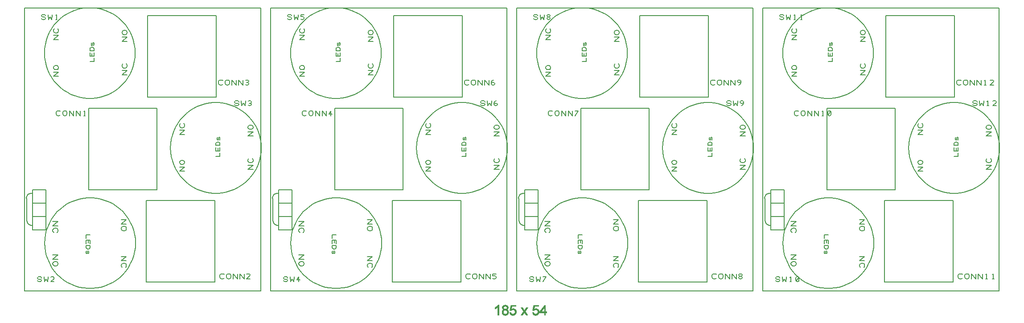
<source format=gbr>
%FSLAX23Y23*%
%MOIN*%
%ADD18C,0.00100*%
%ADD10C,0.00500*%
X000Y000D02*
D02*
D10*
X003Y205D02*
X1768D01*
Y2320*
X003*
Y205*
X057Y935D02*
X057D01*
Y935*
X047Y934*
X038Y931*
X029Y926*
X023Y918*
X018Y909*
X016Y899*
X017Y890*
Y740*
X018Y729*
X021Y719*
X026Y711*
X033Y703*
X042Y698*
X052Y695*
X062Y695*
X063Y660D02*
Y760D01*
X163*
Y660*
X063*
Y860D02*
Y960D01*
X163*
Y860*
X063*
X063Y760D02*
Y860D01*
X163*
Y760*
X063*
X098Y283D02*
X101Y276D01*
X107Y273*
X120*
X126Y276*
X129Y283*
X126Y289*
X120Y292*
X107*
X101Y295*
X098Y301*
X101Y308*
X107Y311*
X120*
X126Y308*
X129Y301*
X148Y311D02*
X151Y273D01*
X163Y292*
X176Y273*
X179Y311*
X223Y273D02*
X198D01*
X220Y295*
X223Y301*
X220Y308*
X213Y311*
X204*
X198Y308*
X128Y2244D02*
X131Y2237D01*
X137Y2234*
X149*
X156Y2237*
X159Y2244*
X156Y2250*
X149Y2253*
X137*
X131Y2256*
X128Y2263*
X131Y2269*
X137Y2272*
X149*
X156Y2269*
X159Y2263*
X177Y2272D02*
X181Y2234D01*
X193Y2253*
X206Y2234*
X209Y2272*
X234Y2234D02*
X246D01*
X240D02*
Y2272D01*
X234Y2266*
X151Y1983D02*
X152Y1951D01*
X157Y1919*
X164Y1888*
X175Y1857*
X188Y1828*
X205Y1800*
X223Y1774*
X244Y1749*
X268Y1727*
X293Y1707*
X320Y1689*
X349Y1675*
X379Y1663*
X410Y1654*
X442Y1647*
X474Y1644*
X506Y1644*
X538Y1647*
X570Y1654*
X601Y1663*
X631Y1675*
X660Y1689*
X687Y1707*
X712Y1727*
X736Y1749*
X757Y1773*
X775Y1800*
X792Y1828*
X805Y1857*
X816Y1888*
X823Y1919*
X828Y1951*
X829Y1983*
X828Y2016*
X823Y2047*
X816Y2079*
X805Y2109*
X792Y2139*
X775Y2167*
X757Y2193*
X736Y2217*
X712Y2240*
X687Y2260*
X660Y2277*
X631Y2292*
X601Y2304*
X570Y2313*
X538Y2319*
X506Y2322*
X474Y2322*
X442Y2319*
X410Y2313*
X379Y2304*
X349Y2292*
X320Y2277*
X293Y2260*
X268Y2240*
X245Y2217*
X223Y2193*
X205Y2167*
X188Y2139*
X175Y2109*
X165Y2079*
X157Y2048*
X152Y2016*
X151Y1983*
X213Y473D02*
X251D01*
X213Y442*
X251*
X226Y423D02*
X238D01*
X245Y420*
X248Y417*
X251Y411*
Y404*
X248Y398*
X245Y395*
X238Y392*
X226*
X220Y395*
X217Y398*
X213Y404*
Y411*
X217Y417*
X220Y420*
X226Y423*
X213Y723D02*
X251D01*
X213Y692*
X251*
X220Y642D02*
X217Y645D01*
X213Y651*
Y661*
X217Y667*
X220Y670*
X226Y673*
X238*
X245Y670*
X248Y667*
X251Y661*
Y651*
X248Y645*
X245Y642*
X269Y1521D02*
X266Y1518D01*
X259Y1514*
X250*
X244Y1518*
X241Y1521*
X237Y1527*
Y1539*
X241Y1546*
X244Y1549*
X250Y1552*
X259*
X266Y1549*
X269Y1546*
X287Y1527D02*
Y1539D01*
X291Y1546*
X294Y1549*
X300Y1552*
X306*
X313Y1549*
X316Y1546*
X319Y1539*
Y1527*
X316Y1521*
X313Y1518*
X306Y1514*
X300*
X294Y1518*
X291Y1521*
X287Y1527*
X338Y1514D02*
Y1552D01*
X369Y1514*
Y1552*
X388Y1514D02*
Y1552D01*
X419Y1514*
Y1552*
X444Y1514D02*
X456D01*
X450D02*
Y1552D01*
X444Y1546*
X256Y1809D02*
X218D01*
X256Y1841*
X218*
X243Y1859D02*
X231D01*
X225Y1862*
X221Y1866*
X218Y1872*
Y1878*
X221Y1884*
X225Y1887*
X231Y1891*
X243*
X250Y1887*
X253Y1884*
X256Y1878*
Y1872*
X253Y1866*
X250Y1862*
X243Y1859*
X256Y2084D02*
X218D01*
X256Y2116*
X218*
X250Y2166D02*
X253Y2162D01*
X256Y2156*
Y2147*
X253Y2141*
X250Y2137*
X243Y2134*
X231*
X225Y2137*
X221Y2141*
X218Y2147*
Y2156*
X221Y2162*
X225Y2166*
X492Y623D02*
X462D01*
Y598*
Y583D02*
X492D01*
Y558*
X477Y563D02*
Y583D01*
X462D02*
Y558D01*
Y543D02*
X492D01*
Y528*
X489Y523*
X487Y521*
X482Y518*
X472*
X467Y521*
X464Y523*
X462Y528*
Y543*
X464Y503D02*
X462Y498D01*
Y488*
X464Y483*
X469*
X472Y488*
Y498*
X474Y503*
X479*
X482Y498*
Y488*
X479Y483*
X490Y1922D02*
X520D01*
Y1947*
Y1962D02*
X490D01*
Y1987*
X505Y1982D02*
Y1962D01*
X520D02*
Y1987D01*
Y2002D02*
X490D01*
Y2017*
X493Y2022*
X495Y2024*
X500Y2027*
X510*
X515Y2024*
X518Y2022*
X520Y2017*
Y2002*
X518Y2042D02*
X520Y2047D01*
Y2057*
X518Y2062*
X513*
X510Y2057*
Y2047*
X508Y2042*
X503*
X500Y2047*
Y2057*
X503Y2062*
X726Y461D02*
X763D01*
X726Y429*
X763*
X732Y379D02*
X729Y383D01*
X726Y389*
Y398*
X729Y404*
X732Y408*
X738Y411*
X751*
X757Y408*
X760Y404*
X763Y398*
Y389*
X760Y383*
X757Y379*
X726Y736D02*
X763D01*
X726Y704*
X763*
X738Y686D02*
X751D01*
X757Y683*
X760Y679*
X763Y673*
Y667*
X760Y661*
X757Y658*
X751Y654*
X738*
X732Y658*
X729Y661*
X726Y667*
Y673*
X729Y679*
X732Y683*
X738Y686*
X768Y1822D02*
X731D01*
X768Y1853*
X731*
X762Y1903D02*
X765Y1900D01*
X768Y1894*
Y1884*
X765Y1878*
X762Y1875*
X756Y1872*
X743*
X737Y1875*
X734Y1878*
X731Y1884*
Y1894*
X734Y1900*
X737Y1903*
X768Y2072D02*
X731D01*
X768Y2103*
X731*
X756Y2122D02*
X743D01*
X737Y2125*
X734Y2128*
X731Y2134*
Y2141*
X734Y2147*
X737Y2150*
X743Y2153*
X756*
X762Y2150*
X765Y2147*
X768Y2141*
Y2134*
X765Y2128*
X762Y2125*
X756Y2122*
X831Y562D02*
X830Y594D01*
X825Y626*
X817Y657*
X807Y688*
X793Y717*
X777Y745*
X758Y771*
X737Y796*
X714Y818*
X689Y838*
X661Y856*
X633Y870*
X603Y882*
X572Y891*
X540Y898*
X508Y901*
X476Y901*
X444Y898*
X412Y891*
X381Y882*
X351Y870*
X322Y856*
X295Y838*
X270Y818*
X246Y796*
X225Y772*
X206Y745*
X190Y717*
X177Y688*
X166Y657*
X159Y626*
X154Y594*
X152Y562*
X154Y529*
X159Y498*
X166Y466*
X177Y436*
X190Y406*
X206Y378*
X225Y352*
X246Y328*
X270Y305*
X295Y285*
X322Y268*
X351Y253*
X381Y241*
X412Y232*
X443Y226*
X476Y223*
X508Y223*
X540Y226*
X572Y232*
X603Y241*
X633Y253*
X661Y268*
X689Y285*
X714Y305*
X737Y328*
X758Y352*
X777Y378*
X793Y406*
X807Y436*
X817Y466*
X825Y497*
X830Y529*
X831Y562*
X912Y879D02*
Y269D01*
X1424*
Y879*
X912*
X922Y2264D02*
Y1654D01*
X1434*
Y2264*
X922*
X993Y961D02*
Y1571D01*
X481*
Y961*
X993*
X1093Y1274D02*
X1095Y1242D01*
X1099Y1210*
X1107Y1178*
X1117Y1148*
X1131Y1118*
X1147Y1091*
X1166Y1064*
X1187Y1040*
X1210Y1018*
X1235Y998*
X1263Y980*
X1291Y965*
X1321Y953*
X1352Y944*
X1384Y938*
X1416Y935*
X1448Y935*
X1481Y938*
X1512Y944*
X1543Y953*
X1573Y965*
X1602Y980*
X1629Y998*
X1654Y1017*
X1678Y1040*
X1699Y1064*
X1718Y1090*
X1734Y1118*
X1747Y1148*
X1758Y1178*
X1765Y1210*
X1770Y1242*
X1772Y1274*
X1770Y1306*
X1766Y1338*
X1758Y1370*
X1747Y1400*
X1734Y1429*
X1718Y1457*
X1699Y1484*
X1678Y1508*
X1655Y1530*
X1629Y1550*
X1602Y1568*
X1573Y1583*
X1543Y1595*
X1512Y1604*
X1481Y1610*
X1449Y1613*
X1416Y1613*
X1384Y1610*
X1352Y1604*
X1321Y1595*
X1291Y1583*
X1263Y1568*
X1236Y1550*
X1210Y1530*
X1187Y1508*
X1166Y1484*
X1147Y1457*
X1131Y1430*
X1117Y1400*
X1107Y1370*
X1099Y1338*
X1095Y1306*
X1093Y1274*
X1198Y1100D02*
X1161D01*
X1198Y1131*
X1161*
X1186Y1150D02*
X1173D01*
X1167Y1153*
X1164Y1156*
X1161Y1163*
Y1169*
X1164Y1175*
X1167Y1178*
X1173Y1181*
X1186*
X1192Y1178*
X1195Y1175*
X1198Y1169*
Y1163*
X1195Y1156*
X1192Y1153*
X1186Y1150*
X1198Y1375D02*
X1161D01*
X1198Y1406*
X1161*
X1192Y1456D02*
X1195Y1453D01*
X1198Y1447*
Y1438*
X1195Y1431*
X1192Y1428*
X1186Y1425*
X1173*
X1167Y1428*
X1164Y1431*
X1161Y1438*
Y1447*
X1164Y1453*
X1167Y1456*
X1484Y1751D02*
X1481Y1748D01*
X1474Y1744*
X1465*
X1459Y1748*
X1456Y1751*
X1452Y1757*
Y1769*
X1456Y1776*
X1459Y1779*
X1465Y1782*
X1474*
X1481Y1779*
X1484Y1776*
X1502Y1757D02*
Y1769D01*
X1506Y1776*
X1509Y1779*
X1515Y1782*
X1521*
X1528Y1779*
X1531Y1776*
X1534Y1769*
Y1757*
X1531Y1751*
X1528Y1748*
X1521Y1744*
X1515*
X1509Y1748*
X1506Y1751*
X1502Y1757*
X1553Y1744D02*
Y1782D01*
X1584Y1744*
Y1782*
X1603Y1744D02*
Y1782D01*
X1634Y1744*
Y1782*
X1656Y1748D02*
X1662Y1744D01*
X1668*
X1674Y1748*
X1678Y1754*
X1674Y1760*
X1668Y1763*
X1662*
X1668D02*
X1674Y1766D01*
X1678Y1773*
X1674Y1779*
X1668Y1782*
X1662*
X1656Y1779*
X1494Y301D02*
X1491Y297D01*
X1484Y294*
X1475*
X1469Y297*
X1466Y301*
X1462Y307*
Y319*
X1466Y326*
X1469Y329*
X1475Y332*
X1484*
X1491Y329*
X1494Y326*
X1513Y307D02*
Y319D01*
X1516Y326*
X1519Y329*
X1525Y332*
X1531*
X1538Y329*
X1541Y326*
X1544Y319*
Y307*
X1541Y301*
X1538Y297*
X1531Y294*
X1525*
X1519Y297*
X1516Y301*
X1513Y307*
X1563Y294D02*
Y332D01*
X1594Y294*
Y332*
X1613Y294D02*
Y332D01*
X1644Y294*
Y332*
X1688Y294D02*
X1663D01*
X1684Y316*
X1688Y323*
X1684Y329*
X1678Y332*
X1669*
X1663Y329*
X1433Y1212D02*
X1462D01*
Y1238*
Y1252D02*
X1433D01*
Y1278*
X1448Y1273D02*
Y1252D01*
X1462D02*
Y1278D01*
Y1293D02*
X1433D01*
Y1308*
X1435Y1313*
X1438Y1315*
X1442Y1317*
X1452*
X1458Y1315*
X1460Y1313*
X1462Y1308*
Y1293*
X1460Y1333D02*
X1462Y1337D01*
Y1347*
X1460Y1353*
X1455*
X1452Y1347*
Y1337*
X1450Y1333*
X1445*
X1442Y1337*
Y1347*
X1445Y1353*
X1573Y1599D02*
X1576Y1593D01*
X1582Y1589*
X1594*
X1601Y1593*
X1604Y1599*
X1601Y1605*
X1594Y1608*
X1582*
X1576Y1611*
X1573Y1617*
X1576Y1624*
X1582Y1627*
X1594*
X1601Y1624*
X1604Y1617*
X1623Y1627D02*
X1626Y1589D01*
X1638Y1608*
X1651Y1589*
X1654Y1627*
X1676Y1593D02*
X1682Y1589D01*
X1688*
X1694Y1593*
X1698Y1599*
X1694Y1605*
X1688Y1608*
X1682*
X1688D02*
X1694Y1611D01*
X1698Y1617*
X1694Y1624*
X1688Y1627*
X1682*
X1676Y1624*
X1711Y1113D02*
X1673D01*
X1711Y1144*
X1673*
X1704Y1194D02*
X1708Y1191D01*
X1711Y1184*
Y1175*
X1708Y1169*
X1704Y1166*
X1698Y1163*
X1686*
X1679Y1166*
X1676Y1169*
X1673Y1175*
Y1184*
X1676Y1191*
X1679Y1194*
X1711Y1363D02*
X1673D01*
X1711Y1394*
X1673*
X1698Y1413D02*
X1686D01*
X1679Y1416*
X1676Y1419*
X1673Y1425*
Y1431*
X1676Y1438*
X1679Y1441*
X1686Y1444*
X1698*
X1704Y1441*
X1708Y1438*
X1711Y1431*
Y1425*
X1708Y1419*
X1704Y1416*
X1698Y1413*
X1843Y205D02*
X3607D01*
Y2320*
X1843*
Y205*
X1897Y935D02*
X1897D01*
Y935*
X1887Y934*
X1878Y931*
X1869Y926*
X1863Y918*
X1858Y909*
X1856Y899*
X1857Y890*
Y740*
X1858Y729*
X1861Y719*
X1866Y711*
X1873Y703*
X1882Y698*
X1892Y695*
X1902Y695*
X1903Y660D02*
Y760D01*
X2002*
Y660*
X1903*
Y860D02*
Y960D01*
X2002*
Y860*
X1903*
X1903Y760D02*
Y860D01*
X2003*
Y760*
X1903*
X1938Y283D02*
X1941Y276D01*
X1947Y273*
X1960*
X1966Y276*
X1969Y283*
X1966Y289*
X1960Y292*
X1947*
X1941Y295*
X1938Y301*
X1941Y308*
X1947Y311*
X1960*
X1966Y308*
X1969Y301*
X1988Y311D02*
X1991Y273D01*
X2003Y292*
X2016Y273*
X2019Y311*
X2053Y273D02*
Y311D01*
X2038Y286*
X2063*
X1968Y2244D02*
X1971Y2237D01*
X1977Y2234*
X1989*
X1996Y2237*
X1999Y2244*
X1996Y2250*
X1989Y2253*
X1977*
X1971Y2256*
X1968Y2263*
X1971Y2269*
X1977Y2272*
X1989*
X1996Y2269*
X1999Y2263*
X2018Y2272D02*
X2021Y2234D01*
X2033Y2253*
X2046Y2234*
X2049Y2272*
X2067Y2237D02*
X2074Y2234D01*
X2083*
X2089Y2237*
X2092Y2244*
Y2247*
X2089Y2253*
X2083Y2256*
X2067*
Y2272*
X2092*
X1991Y1983D02*
X1992Y1951D01*
X1997Y1919*
X2004Y1888*
X2015Y1857*
X2028Y1828*
X2045Y1800*
X2063Y1774*
X2084Y1749*
X2108Y1727*
X2133Y1707*
X2160Y1689*
X2189Y1675*
X2219Y1663*
X2250Y1654*
X2282Y1647*
X2314Y1644*
X2346Y1644*
X2378Y1647*
X2410Y1654*
X2441Y1663*
X2471Y1675*
X2500Y1689*
X2527Y1707*
X2552Y1727*
X2576Y1749*
X2597Y1773*
X2615Y1800*
X2632Y1828*
X2645Y1857*
X2656Y1888*
X2663Y1919*
X2668Y1951*
X2669Y1983*
X2668Y2016*
X2663Y2047*
X2656Y2079*
X2645Y2109*
X2632Y2139*
X2615Y2167*
X2597Y2193*
X2576Y2217*
X2552Y2240*
X2527Y2260*
X2500Y2277*
X2471Y2292*
X2441Y2304*
X2410Y2313*
X2378Y2319*
X2346Y2322*
X2314Y2322*
X2282Y2319*
X2250Y2313*
X2219Y2304*
X2189Y2292*
X2160Y2277*
X2133Y2260*
X2108Y2240*
X2085Y2217*
X2063Y2193*
X2045Y2167*
X2028Y2139*
X2015Y2109*
X2005Y2079*
X1997Y2048*
X1992Y2016*
X1991Y1983*
X2053Y473D02*
X2091D01*
X2053Y442*
X2091*
X2066Y423D02*
X2078D01*
X2085Y420*
X2088Y417*
X2091Y411*
Y404*
X2088Y398*
X2085Y395*
X2078Y392*
X2066*
X2060Y395*
X2057Y398*
X2053Y404*
Y411*
X2057Y417*
X2060Y420*
X2066Y423*
X2053Y723D02*
X2091D01*
X2053Y692*
X2091*
X2060Y642D02*
X2057Y645D01*
X2053Y651*
Y661*
X2057Y667*
X2060Y670*
X2066Y673*
X2078*
X2085Y670*
X2088Y667*
X2091Y661*
Y651*
X2088Y645*
X2085Y642*
X2109Y1521D02*
X2106Y1518D01*
X2099Y1514*
X2090*
X2084Y1518*
X2081Y1521*
X2078Y1527*
Y1539*
X2081Y1546*
X2084Y1549*
X2090Y1552*
X2099*
X2106Y1549*
X2109Y1546*
X2127Y1527D02*
Y1539D01*
X2131Y1546*
X2134Y1549*
X2140Y1552*
X2146*
X2152Y1549*
X2156Y1546*
X2159Y1539*
Y1527*
X2156Y1521*
X2152Y1518*
X2146Y1514*
X2140*
X2134Y1518*
X2131Y1521*
X2127Y1527*
X2178Y1514D02*
Y1552D01*
X2209Y1514*
Y1552*
X2228Y1514D02*
Y1552D01*
X2259Y1514*
Y1552*
X2293Y1514D02*
Y1552D01*
X2277Y1527*
X2303*
X2096Y1809D02*
X2058D01*
X2096Y1841*
X2058*
X2083Y1859D02*
X2071D01*
X2065Y1862*
X2061Y1866*
X2058Y1872*
Y1878*
X2061Y1884*
X2065Y1887*
X2071Y1891*
X2083*
X2090Y1887*
X2093Y1884*
X2096Y1878*
Y1872*
X2093Y1866*
X2090Y1862*
X2083Y1859*
X2096Y2084D02*
X2058D01*
X2096Y2116*
X2058*
X2090Y2166D02*
X2093Y2162D01*
X2096Y2156*
Y2147*
X2093Y2141*
X2090Y2137*
X2083Y2134*
X2071*
X2065Y2137*
X2061Y2141*
X2058Y2147*
Y2156*
X2061Y2162*
X2065Y2166*
X2332Y623D02*
X2302D01*
Y598*
Y583D02*
X2332D01*
Y558*
X2317Y563D02*
Y583D01*
X2302D02*
Y558D01*
Y543D02*
X2332D01*
Y528*
X2329Y523*
X2327Y521*
X2322Y518*
X2312*
X2307Y521*
X2304Y523*
X2302Y528*
Y543*
X2304Y503D02*
X2302Y498D01*
Y488*
X2304Y483*
X2309*
X2312Y488*
Y498*
X2314Y503*
X2319*
X2322Y498*
Y488*
X2319Y483*
X2330Y1922D02*
X2360D01*
Y1947*
Y1962D02*
X2330D01*
Y1987*
X2345Y1982D02*
Y1962D01*
X2360D02*
Y1987D01*
Y2002D02*
X2330D01*
Y2017*
X2333Y2022*
X2335Y2024*
X2340Y2027*
X2350*
X2355Y2024*
X2358Y2022*
X2360Y2017*
Y2002*
X2358Y2042D02*
X2360Y2047D01*
Y2057*
X2358Y2062*
X2353*
X2350Y2057*
Y2047*
X2348Y2042*
X2343*
X2340Y2047*
Y2057*
X2343Y2062*
X2566Y461D02*
X2603D01*
X2566Y429*
X2603*
X2572Y379D02*
X2569Y383D01*
X2566Y389*
Y398*
X2569Y404*
X2572Y408*
X2578Y411*
X2591*
X2597Y408*
X2600Y404*
X2603Y398*
Y389*
X2600Y383*
X2597Y379*
X2566Y736D02*
X2603D01*
X2566Y704*
X2603*
X2578Y686D02*
X2591D01*
X2597Y683*
X2600Y679*
X2603Y673*
Y667*
X2600Y661*
X2597Y658*
X2591Y654*
X2578*
X2572Y658*
X2569Y661*
X2566Y667*
Y673*
X2569Y679*
X2572Y683*
X2578Y686*
X2608Y1822D02*
X2571D01*
X2608Y1853*
X2571*
X2602Y1903D02*
X2605Y1900D01*
X2608Y1894*
Y1884*
X2605Y1878*
X2602Y1875*
X2596Y1872*
X2583*
X2577Y1875*
X2574Y1878*
X2571Y1884*
Y1894*
X2574Y1900*
X2577Y1903*
X2608Y2072D02*
X2571D01*
X2608Y2103*
X2571*
X2596Y2122D02*
X2583D01*
X2577Y2125*
X2574Y2128*
X2571Y2134*
Y2141*
X2574Y2147*
X2577Y2150*
X2583Y2153*
X2596*
X2602Y2150*
X2605Y2147*
X2608Y2141*
Y2134*
X2605Y2128*
X2602Y2125*
X2596Y2122*
X2671Y562D02*
X2670Y594D01*
X2665Y626*
X2657Y657*
X2647Y688*
X2633Y717*
X2617Y745*
X2598Y771*
X2577Y796*
X2554Y818*
X2529Y838*
X2501Y856*
X2473Y870*
X2443Y882*
X2412Y891*
X2380Y898*
X2348Y901*
X2316Y901*
X2284Y898*
X2252Y891*
X2221Y882*
X2191Y870*
X2162Y856*
X2135Y838*
X2110Y818*
X2086Y796*
X2065Y772*
X2046Y745*
X2030Y717*
X2017Y688*
X2006Y657*
X1999Y626*
X1994Y594*
X1992Y562*
X1994Y529*
X1999Y498*
X2006Y466*
X2017Y436*
X2030Y406*
X2046Y378*
X2065Y352*
X2086Y328*
X2110Y305*
X2135Y285*
X2162Y268*
X2191Y253*
X2221Y241*
X2252Y232*
X2283Y226*
X2316Y223*
X2348Y223*
X2380Y226*
X2412Y232*
X2443Y241*
X2473Y253*
X2501Y268*
X2529Y285*
X2554Y305*
X2577Y328*
X2598Y352*
X2617Y378*
X2633Y406*
X2647Y436*
X2657Y466*
X2665Y497*
X2670Y529*
X2671Y562*
X2752Y879D02*
Y269D01*
X3264*
Y879*
X2752*
X2762Y2264D02*
Y1654D01*
X3274*
Y2264*
X2762*
X2833Y961D02*
Y1571D01*
X2321*
Y961*
X2833*
X2933Y1274D02*
X2935Y1242D01*
X2939Y1210*
X2947Y1178*
X2957Y1148*
X2971Y1118*
X2987Y1091*
X3006Y1064*
X3027Y1040*
X3050Y1018*
X3075Y998*
X3103Y980*
X3131Y965*
X3161Y953*
X3192Y944*
X3224Y938*
X3256Y935*
X3288Y935*
X3321Y938*
X3352Y944*
X3383Y953*
X3413Y965*
X3442Y980*
X3469Y998*
X3494Y1017*
X3518Y1040*
X3539Y1064*
X3558Y1090*
X3574Y1118*
X3587Y1148*
X3598Y1178*
X3605Y1210*
X3610Y1242*
X3612Y1274*
X3610Y1306*
X3606Y1338*
X3598Y1370*
X3587Y1400*
X3574Y1429*
X3558Y1457*
X3539Y1484*
X3518Y1508*
X3495Y1530*
X3469Y1550*
X3442Y1568*
X3413Y1583*
X3383Y1595*
X3352Y1604*
X3321Y1610*
X3289Y1613*
X3256Y1613*
X3224Y1610*
X3192Y1604*
X3161Y1595*
X3131Y1583*
X3103Y1568*
X3076Y1550*
X3050Y1530*
X3027Y1508*
X3006Y1484*
X2987Y1457*
X2971Y1430*
X2957Y1400*
X2947Y1370*
X2939Y1338*
X2935Y1306*
X2933Y1274*
X3038Y1100D02*
X3001D01*
X3038Y1131*
X3001*
X3026Y1150D02*
X3013D01*
X3007Y1153*
X3004Y1156*
X3001Y1163*
Y1169*
X3004Y1175*
X3007Y1178*
X3013Y1181*
X3026*
X3032Y1178*
X3035Y1175*
X3038Y1169*
Y1163*
X3035Y1156*
X3032Y1153*
X3026Y1150*
X3038Y1375D02*
X3001D01*
X3038Y1406*
X3001*
X3032Y1456D02*
X3035Y1453D01*
X3038Y1447*
Y1438*
X3035Y1431*
X3032Y1428*
X3026Y1425*
X3013*
X3007Y1428*
X3004Y1431*
X3001Y1438*
Y1447*
X3004Y1453*
X3007Y1456*
X3324Y1751D02*
X3321Y1748D01*
X3314Y1744*
X3305*
X3299Y1748*
X3296Y1751*
X3293Y1757*
Y1769*
X3296Y1776*
X3299Y1779*
X3305Y1782*
X3314*
X3321Y1779*
X3324Y1776*
X3342Y1757D02*
Y1769D01*
X3346Y1776*
X3349Y1779*
X3355Y1782*
X3361*
X3368Y1779*
X3371Y1776*
X3374Y1769*
Y1757*
X3371Y1751*
X3368Y1748*
X3361Y1744*
X3355*
X3349Y1748*
X3346Y1751*
X3342Y1757*
X3393Y1744D02*
Y1782D01*
X3424Y1744*
Y1782*
X3442Y1744D02*
Y1782D01*
X3474Y1744*
Y1782*
X3493Y1754D02*
X3496Y1760D01*
X3502Y1763*
X3508*
X3514Y1760*
X3518Y1754*
X3514Y1748*
X3508Y1744*
X3502*
X3496Y1748*
X3493Y1754*
Y1763*
X3496Y1773*
X3502Y1779*
X3508Y1782*
X3334Y301D02*
X3331Y297D01*
X3324Y294*
X3315*
X3309Y297*
X3306Y301*
X3303Y307*
Y319*
X3306Y326*
X3309Y329*
X3315Y332*
X3324*
X3331Y329*
X3334Y326*
X3353Y307D02*
Y319D01*
X3356Y326*
X3359Y329*
X3365Y332*
X3371*
X3377Y329*
X3381Y326*
X3384Y319*
Y307*
X3381Y301*
X3377Y297*
X3371Y294*
X3365*
X3359Y297*
X3356Y301*
X3353Y307*
X3402Y294D02*
Y332D01*
X3434Y294*
Y332*
X3453Y294D02*
Y332D01*
X3484Y294*
Y332*
X3502Y297D02*
X3509Y294D01*
X3518*
X3524Y297*
X3527Y304*
Y307*
X3524Y313*
X3518Y316*
X3502*
Y332*
X3527*
X3273Y1212D02*
X3303D01*
Y1238*
Y1252D02*
X3273D01*
Y1278*
X3288Y1273D02*
Y1252D01*
X3303D02*
Y1278D01*
Y1293D02*
X3273D01*
Y1308*
X3275Y1313*
X3277Y1315*
X3283Y1317*
X3293*
X3297Y1315*
X3300Y1313*
X3303Y1308*
Y1293*
X3300Y1333D02*
X3303Y1337D01*
Y1347*
X3300Y1353*
X3295*
X3293Y1347*
Y1337*
X3290Y1333*
X3285*
X3283Y1337*
Y1347*
X3285Y1353*
X3413Y1599D02*
X3416Y1593D01*
X3422Y1589*
X3434*
X3441Y1593*
X3444Y1599*
X3441Y1605*
X3434Y1608*
X3422*
X3416Y1611*
X3413Y1617*
X3416Y1624*
X3422Y1627*
X3434*
X3441Y1624*
X3444Y1617*
X3462Y1627D02*
X3466Y1589D01*
X3478Y1608*
X3491Y1589*
X3494Y1627*
X3513Y1599D02*
X3516Y1605D01*
X3522Y1608*
X3528*
X3534Y1605*
X3538Y1599*
X3534Y1593*
X3528Y1589*
X3522*
X3516Y1593*
X3513Y1599*
Y1608*
X3516Y1617*
X3522Y1624*
X3528Y1627*
X3551Y1113D02*
X3513D01*
X3551Y1144*
X3513*
X3544Y1194D02*
X3547Y1191D01*
X3551Y1184*
Y1175*
X3547Y1169*
X3544Y1166*
X3538Y1163*
X3526*
X3519Y1166*
X3516Y1169*
X3513Y1175*
Y1184*
X3516Y1191*
X3519Y1194*
X3551Y1363D02*
X3513D01*
X3551Y1394*
X3513*
X3538Y1413D02*
X3526D01*
X3519Y1416*
X3516Y1419*
X3513Y1425*
Y1431*
X3516Y1438*
X3519Y1441*
X3526Y1444*
X3538*
X3544Y1441*
X3547Y1438*
X3551Y1431*
Y1425*
X3547Y1419*
X3544Y1416*
X3538Y1413*
X3683Y205D02*
X5447D01*
Y2320*
X3683*
Y205*
X3737Y935D02*
X3737D01*
Y935*
X3727Y934*
X3718Y931*
X3709Y926*
X3703Y918*
X3698Y909*
X3696Y899*
X3697Y890*
Y740*
X3698Y729*
X3701Y719*
X3706Y711*
X3713Y703*
X3722Y698*
X3732Y695*
X3742Y695*
X3743Y660D02*
Y760D01*
X3842*
Y660*
X3743*
Y860D02*
Y960D01*
X3842*
Y860*
X3743*
X3743Y760D02*
Y860D01*
X3843*
Y760*
X3743*
X3778Y283D02*
X3781Y276D01*
X3787Y273*
X3800*
X3806Y276*
X3809Y283*
X3806Y289*
X3800Y292*
X3787*
X3781Y295*
X3778Y301*
X3781Y308*
X3787Y311*
X3800*
X3806Y308*
X3809Y301*
X3828Y311D02*
X3831Y273D01*
X3843Y292*
X3856Y273*
X3859Y311*
X3878Y273D02*
X3903Y311D01*
X3878*
X3808Y2244D02*
X3811Y2237D01*
X3817Y2234*
X3829*
X3836Y2237*
X3839Y2244*
X3836Y2250*
X3829Y2253*
X3817*
X3811Y2256*
X3808Y2263*
X3811Y2269*
X3817Y2272*
X3829*
X3836Y2269*
X3839Y2263*
X3857Y2272D02*
X3861Y2234D01*
X3873Y2253*
X3886Y2234*
X3889Y2272*
X3917Y2253D02*
X3923D01*
X3929Y2256*
X3933Y2263*
X3929Y2269*
X3923Y2272*
X3917*
X3911Y2269*
X3908Y2263*
X3911Y2256*
X3917Y2253*
X3911Y2250*
X3908Y2244*
X3911Y2237*
X3917Y2234*
X3923*
X3929Y2237*
X3933Y2244*
X3929Y2250*
X3923Y2253*
X3831Y1983D02*
X3832Y1951D01*
X3837Y1919*
X3844Y1888*
X3855Y1857*
X3868Y1828*
X3885Y1800*
X3903Y1774*
X3924Y1749*
X3948Y1727*
X3973Y1707*
X4000Y1689*
X4029Y1675*
X4059Y1663*
X4090Y1654*
X4122Y1647*
X4154Y1644*
X4186Y1644*
X4218Y1647*
X4250Y1654*
X4281Y1663*
X4311Y1675*
X4340Y1689*
X4367Y1707*
X4392Y1727*
X4416Y1749*
X4437Y1773*
X4455Y1800*
X4472Y1828*
X4485Y1857*
X4496Y1888*
X4503Y1919*
X4508Y1951*
X4509Y1983*
X4508Y2016*
X4503Y2047*
X4496Y2079*
X4485Y2109*
X4472Y2139*
X4455Y2167*
X4437Y2193*
X4416Y2217*
X4392Y2240*
X4367Y2260*
X4340Y2277*
X4311Y2292*
X4281Y2304*
X4250Y2313*
X4218Y2319*
X4186Y2322*
X4154Y2322*
X4122Y2319*
X4090Y2313*
X4059Y2304*
X4029Y2292*
X4000Y2277*
X3973Y2260*
X3948Y2240*
X3925Y2217*
X3903Y2193*
X3885Y2167*
X3868Y2139*
X3855Y2109*
X3845Y2079*
X3837Y2048*
X3832Y2016*
X3831Y1983*
X3893Y473D02*
X3931D01*
X3893Y442*
X3931*
X3906Y423D02*
X3918D01*
X3925Y420*
X3928Y417*
X3931Y411*
Y404*
X3928Y398*
X3925Y395*
X3918Y392*
X3906*
X3900Y395*
X3897Y398*
X3893Y404*
Y411*
X3897Y417*
X3900Y420*
X3906Y423*
X3893Y723D02*
X3931D01*
X3893Y692*
X3931*
X3900Y642D02*
X3897Y645D01*
X3893Y651*
Y661*
X3897Y667*
X3900Y670*
X3906Y673*
X3918*
X3925Y670*
X3928Y667*
X3931Y661*
Y651*
X3928Y645*
X3925Y642*
X3949Y1521D02*
X3946Y1518D01*
X3939Y1514*
X3930*
X3924Y1518*
X3921Y1521*
X3918Y1527*
Y1539*
X3921Y1546*
X3924Y1549*
X3930Y1552*
X3939*
X3946Y1549*
X3949Y1546*
X3967Y1527D02*
Y1539D01*
X3971Y1546*
X3974Y1549*
X3980Y1552*
X3986*
X3993Y1549*
X3996Y1546*
X3999Y1539*
Y1527*
X3996Y1521*
X3993Y1518*
X3986Y1514*
X3980*
X3974Y1518*
X3971Y1521*
X3967Y1527*
X4018Y1514D02*
Y1552D01*
X4049Y1514*
Y1552*
X4067Y1514D02*
Y1552D01*
X4099Y1514*
Y1552*
X4117Y1514D02*
X4143Y1552D01*
X4117*
X3936Y1809D02*
X3898D01*
X3936Y1841*
X3898*
X3923Y1859D02*
X3911D01*
X3905Y1862*
X3901Y1866*
X3898Y1872*
Y1878*
X3901Y1884*
X3905Y1887*
X3911Y1891*
X3923*
X3930Y1887*
X3933Y1884*
X3936Y1878*
Y1872*
X3933Y1866*
X3930Y1862*
X3923Y1859*
X3936Y2084D02*
X3898D01*
X3936Y2116*
X3898*
X3930Y2166D02*
X3933Y2162D01*
X3936Y2156*
Y2147*
X3933Y2141*
X3930Y2137*
X3923Y2134*
X3911*
X3905Y2137*
X3901Y2141*
X3898Y2147*
Y2156*
X3901Y2162*
X3905Y2166*
X4172Y623D02*
X4142D01*
Y598*
Y583D02*
X4172D01*
Y558*
X4157Y563D02*
Y583D01*
X4142D02*
Y558D01*
Y543D02*
X4172D01*
Y528*
X4169Y523*
X4167Y521*
X4162Y518*
X4152*
X4147Y521*
X4144Y523*
X4142Y528*
Y543*
X4144Y503D02*
X4142Y498D01*
Y488*
X4144Y483*
X4149*
X4152Y488*
Y498*
X4154Y503*
X4159*
X4162Y498*
Y488*
X4159Y483*
X4170Y1922D02*
X4200D01*
Y1947*
Y1962D02*
X4170D01*
Y1987*
X4185Y1982D02*
Y1962D01*
X4200D02*
Y1987D01*
Y2002D02*
X4170D01*
Y2017*
X4173Y2022*
X4175Y2024*
X4180Y2027*
X4190*
X4195Y2024*
X4198Y2022*
X4200Y2017*
Y2002*
X4198Y2042D02*
X4200Y2047D01*
Y2057*
X4198Y2062*
X4193*
X4190Y2057*
Y2047*
X4188Y2042*
X4183*
X4180Y2047*
Y2057*
X4183Y2062*
X4406Y461D02*
X4443D01*
X4406Y429*
X4443*
X4412Y379D02*
X4409Y383D01*
X4406Y389*
Y398*
X4409Y404*
X4412Y408*
X4418Y411*
X4431*
X4437Y408*
X4440Y404*
X4443Y398*
Y389*
X4440Y383*
X4437Y379*
X4406Y736D02*
X4443D01*
X4406Y704*
X4443*
X4418Y686D02*
X4431D01*
X4437Y683*
X4440Y679*
X4443Y673*
Y667*
X4440Y661*
X4437Y658*
X4431Y654*
X4418*
X4412Y658*
X4409Y661*
X4406Y667*
Y673*
X4409Y679*
X4412Y683*
X4418Y686*
X4448Y1822D02*
X4411D01*
X4448Y1853*
X4411*
X4442Y1903D02*
X4445Y1900D01*
X4448Y1894*
Y1884*
X4445Y1878*
X4442Y1875*
X4436Y1872*
X4423*
X4417Y1875*
X4414Y1878*
X4411Y1884*
Y1894*
X4414Y1900*
X4417Y1903*
X4448Y2072D02*
X4411D01*
X4448Y2103*
X4411*
X4436Y2122D02*
X4423D01*
X4417Y2125*
X4414Y2128*
X4411Y2134*
Y2141*
X4414Y2147*
X4417Y2150*
X4423Y2153*
X4436*
X4442Y2150*
X4445Y2147*
X4448Y2141*
Y2134*
X4445Y2128*
X4442Y2125*
X4436Y2122*
X4511Y562D02*
X4510Y594D01*
X4505Y626*
X4497Y657*
X4487Y688*
X4473Y717*
X4457Y745*
X4438Y771*
X4417Y796*
X4394Y818*
X4369Y838*
X4341Y856*
X4313Y870*
X4283Y882*
X4252Y891*
X4220Y898*
X4188Y901*
X4156Y901*
X4124Y898*
X4092Y891*
X4061Y882*
X4031Y870*
X4002Y856*
X3975Y838*
X3950Y818*
X3926Y796*
X3905Y772*
X3886Y745*
X3870Y717*
X3857Y688*
X3846Y657*
X3839Y626*
X3834Y594*
X3832Y562*
X3834Y529*
X3839Y498*
X3846Y466*
X3857Y436*
X3870Y406*
X3886Y378*
X3905Y352*
X3926Y328*
X3950Y305*
X3975Y285*
X4002Y268*
X4031Y253*
X4061Y241*
X4092Y232*
X4123Y226*
X4156Y223*
X4188Y223*
X4220Y226*
X4252Y232*
X4283Y241*
X4313Y253*
X4341Y268*
X4369Y285*
X4394Y305*
X4417Y328*
X4438Y352*
X4457Y378*
X4473Y406*
X4487Y436*
X4497Y466*
X4505Y497*
X4510Y529*
X4511Y562*
X4592Y879D02*
Y269D01*
X5104*
Y879*
X4592*
X4602Y2264D02*
Y1654D01*
X5114*
Y2264*
X4602*
X4673Y961D02*
Y1571D01*
X4161*
Y961*
X4673*
X4773Y1274D02*
X4775Y1242D01*
X4779Y1210*
X4787Y1178*
X4797Y1148*
X4811Y1118*
X4827Y1091*
X4846Y1064*
X4867Y1040*
X4890Y1018*
X4915Y998*
X4943Y980*
X4971Y965*
X5001Y953*
X5032Y944*
X5064Y938*
X5096Y935*
X5128Y935*
X5161Y938*
X5192Y944*
X5223Y953*
X5253Y965*
X5282Y980*
X5309Y998*
X5334Y1017*
X5358Y1040*
X5379Y1064*
X5398Y1090*
X5414Y1118*
X5427Y1148*
X5438Y1178*
X5445Y1210*
X5450Y1242*
X5452Y1274*
X5450Y1306*
X5446Y1338*
X5438Y1370*
X5427Y1400*
X5414Y1429*
X5398Y1457*
X5379Y1484*
X5358Y1508*
X5335Y1530*
X5309Y1550*
X5282Y1568*
X5253Y1583*
X5223Y1595*
X5192Y1604*
X5161Y1610*
X5129Y1613*
X5096Y1613*
X5064Y1610*
X5032Y1604*
X5001Y1595*
X4971Y1583*
X4943Y1568*
X4916Y1550*
X4890Y1530*
X4867Y1508*
X4846Y1484*
X4827Y1457*
X4811Y1430*
X4797Y1400*
X4787Y1370*
X4779Y1338*
X4775Y1306*
X4773Y1274*
X4878Y1100D02*
X4841D01*
X4878Y1131*
X4841*
X4866Y1150D02*
X4853D01*
X4847Y1153*
X4844Y1156*
X4841Y1163*
Y1169*
X4844Y1175*
X4847Y1178*
X4853Y1181*
X4866*
X4872Y1178*
X4875Y1175*
X4878Y1169*
Y1163*
X4875Y1156*
X4872Y1153*
X4866Y1150*
X4878Y1375D02*
X4841D01*
X4878Y1406*
X4841*
X4872Y1456D02*
X4875Y1453D01*
X4878Y1447*
Y1438*
X4875Y1431*
X4872Y1428*
X4866Y1425*
X4853*
X4847Y1428*
X4844Y1431*
X4841Y1438*
Y1447*
X4844Y1453*
X4847Y1456*
X5164Y1751D02*
X5161Y1748D01*
X5154Y1744*
X5145*
X5139Y1748*
X5136Y1751*
X5133Y1757*
Y1769*
X5136Y1776*
X5139Y1779*
X5145Y1782*
X5154*
X5161Y1779*
X5164Y1776*
X5183Y1757D02*
Y1769D01*
X5186Y1776*
X5189Y1779*
X5195Y1782*
X5201*
X5207Y1779*
X5211Y1776*
X5214Y1769*
Y1757*
X5211Y1751*
X5207Y1748*
X5201Y1744*
X5195*
X5189Y1748*
X5186Y1751*
X5183Y1757*
X5232Y1744D02*
Y1782D01*
X5264Y1744*
Y1782*
X5282Y1744D02*
Y1782D01*
X5314Y1744*
Y1782*
X5342Y1744D02*
X5348Y1748D01*
X5354Y1754*
X5357Y1763*
Y1773*
X5354Y1779*
X5348Y1782*
X5342*
X5336Y1779*
X5332Y1773*
X5336Y1766*
X5342Y1763*
X5348*
X5354Y1766*
X5357Y1773*
X5174Y301D02*
X5171Y297D01*
X5164Y294*
X5155*
X5149Y297*
X5146Y301*
X5143Y307*
Y319*
X5146Y326*
X5149Y329*
X5155Y332*
X5164*
X5171Y329*
X5174Y326*
X5192Y307D02*
Y319D01*
X5196Y326*
X5199Y329*
X5205Y332*
X5211*
X5218Y329*
X5221Y326*
X5224Y319*
Y307*
X5221Y301*
X5218Y297*
X5211Y294*
X5205*
X5199Y297*
X5196Y301*
X5192Y307*
X5242Y294D02*
Y332D01*
X5274Y294*
Y332*
X5293Y294D02*
Y332D01*
X5324Y294*
Y332*
X5352Y313D02*
X5358D01*
X5364Y316*
X5367Y323*
X5364Y329*
X5358Y332*
X5352*
X5346Y329*
X5343Y323*
X5346Y316*
X5352Y313*
X5346Y310*
X5343Y304*
X5346Y297*
X5352Y294*
X5358*
X5364Y297*
X5367Y304*
X5364Y310*
X5358Y313*
X5112Y1212D02*
X5143D01*
Y1238*
Y1252D02*
X5112D01*
Y1278*
X5128Y1273D02*
Y1252D01*
X5143D02*
Y1278D01*
Y1293D02*
X5112D01*
Y1308*
X5115Y1313*
X5117Y1315*
X5122Y1317*
X5133*
X5138Y1315*
X5140Y1313*
X5143Y1308*
Y1293*
X5140Y1333D02*
X5143Y1337D01*
Y1347*
X5140Y1353*
X5135*
X5133Y1347*
Y1337*
X5130Y1333*
X5125*
X5122Y1337*
Y1347*
X5125Y1353*
X5253Y1599D02*
X5256Y1593D01*
X5262Y1589*
X5274*
X5281Y1593*
X5284Y1599*
X5281Y1605*
X5274Y1608*
X5262*
X5256Y1611*
X5253Y1617*
X5256Y1624*
X5262Y1627*
X5274*
X5281Y1624*
X5284Y1617*
X5303Y1627D02*
X5306Y1589D01*
X5318Y1608*
X5331Y1589*
X5334Y1627*
X5362Y1589D02*
X5368Y1593D01*
X5374Y1599*
X5378Y1608*
Y1617*
X5374Y1624*
X5368Y1627*
X5362*
X5356Y1624*
X5353Y1617*
X5356Y1611*
X5362Y1608*
X5368*
X5374Y1611*
X5378Y1617*
X5391Y1113D02*
X5353D01*
X5391Y1144*
X5353*
X5384Y1194D02*
X5388Y1191D01*
X5391Y1184*
Y1175*
X5388Y1169*
X5384Y1166*
X5378Y1163*
X5366*
X5359Y1166*
X5356Y1169*
X5353Y1175*
Y1184*
X5356Y1191*
X5359Y1194*
X5391Y1363D02*
X5353D01*
X5391Y1394*
X5353*
X5378Y1413D02*
X5366D01*
X5359Y1416*
X5356Y1419*
X5353Y1425*
Y1431*
X5356Y1438*
X5359Y1441*
X5366Y1444*
X5378*
X5384Y1441*
X5388Y1438*
X5391Y1431*
Y1425*
X5388Y1419*
X5384Y1416*
X5378Y1413*
X5523Y205D02*
X7287D01*
Y2320*
X5523*
Y205*
X5577Y935D02*
X5577D01*
Y935*
X5567Y934*
X5558Y931*
X5549Y926*
X5543Y918*
X5538Y909*
X5536Y899*
X5537Y890*
Y740*
X5538Y729*
X5541Y719*
X5546Y711*
X5553Y703*
X5562Y698*
X5572Y695*
X5582Y695*
X5582Y660D02*
Y760D01*
X5683*
Y660*
X5582*
Y860D02*
Y960D01*
X5683*
Y860*
X5582*
X5583Y760D02*
Y860D01*
X5683*
Y760*
X5583*
X5618Y283D02*
X5621Y276D01*
X5627Y273*
X5640*
X5646Y276*
X5649Y283*
X5646Y289*
X5640Y292*
X5627*
X5621Y295*
X5618Y301*
X5621Y308*
X5627Y311*
X5640*
X5646Y308*
X5649Y301*
X5668Y311D02*
X5671Y273D01*
X5683Y292*
X5696Y273*
X5699Y311*
X5724Y273D02*
X5736D01*
X5730D02*
Y311D01*
X5724Y304*
X5771Y276D02*
X5777Y273D01*
X5783*
X5790Y276*
X5793Y283*
Y301*
X5790Y308*
X5783Y311*
X5777*
X5771Y308*
X5768Y301*
Y283*
X5771Y276*
X5790Y308*
X5648Y2244D02*
X5651Y2237D01*
X5657Y2234*
X5669*
X5676Y2237*
X5679Y2244*
X5676Y2250*
X5669Y2253*
X5657*
X5651Y2256*
X5648Y2263*
X5651Y2269*
X5657Y2272*
X5669*
X5676Y2269*
X5679Y2263*
X5697Y2272D02*
X5701Y2234D01*
X5713Y2253*
X5726Y2234*
X5729Y2272*
X5754Y2234D02*
X5766D01*
X5760D02*
Y2272D01*
X5754Y2266*
X5804Y2234D02*
X5816D01*
X5810D02*
Y2272D01*
X5804Y2266*
X5671Y1983D02*
X5672Y1951D01*
X5677Y1919*
X5684Y1888*
X5695Y1857*
X5708Y1828*
X5725Y1800*
X5743Y1774*
X5764Y1749*
X5788Y1727*
X5813Y1707*
X5840Y1689*
X5869Y1675*
X5899Y1663*
X5930Y1654*
X5962Y1647*
X5994Y1644*
X6026Y1644*
X6058Y1647*
X6090Y1654*
X6121Y1663*
X6151Y1675*
X6180Y1689*
X6207Y1707*
X6232Y1727*
X6256Y1749*
X6277Y1773*
X6295Y1800*
X6312Y1828*
X6325Y1857*
X6336Y1888*
X6343Y1919*
X6348Y1951*
X6349Y1983*
X6348Y2016*
X6343Y2047*
X6336Y2079*
X6325Y2109*
X6312Y2139*
X6295Y2167*
X6277Y2193*
X6256Y2217*
X6232Y2240*
X6207Y2260*
X6180Y2277*
X6151Y2292*
X6121Y2304*
X6090Y2313*
X6058Y2319*
X6026Y2322*
X5994Y2322*
X5962Y2319*
X5930Y2313*
X5899Y2304*
X5869Y2292*
X5840Y2277*
X5813Y2260*
X5788Y2240*
X5765Y2217*
X5743Y2193*
X5725Y2167*
X5708Y2139*
X5695Y2109*
X5684Y2079*
X5677Y2048*
X5672Y2016*
X5671Y1983*
X5733Y473D02*
X5771D01*
X5733Y442*
X5771*
X5746Y423D02*
X5758D01*
X5765Y420*
X5768Y417*
X5771Y411*
Y404*
X5768Y398*
X5765Y395*
X5758Y392*
X5746*
X5740Y395*
X5737Y398*
X5733Y404*
Y411*
X5737Y417*
X5740Y420*
X5746Y423*
X5733Y723D02*
X5771D01*
X5733Y692*
X5771*
X5740Y642D02*
X5737Y645D01*
X5733Y651*
Y661*
X5737Y667*
X5740Y670*
X5746Y673*
X5758*
X5765Y670*
X5768Y667*
X5771Y661*
Y651*
X5768Y645*
X5765Y642*
X5789Y1521D02*
X5786Y1518D01*
X5779Y1514*
X5770*
X5764Y1518*
X5761Y1521*
X5758Y1527*
Y1539*
X5761Y1546*
X5764Y1549*
X5770Y1552*
X5779*
X5786Y1549*
X5789Y1546*
X5808Y1527D02*
Y1539D01*
X5811Y1546*
X5814Y1549*
X5820Y1552*
X5826*
X5832Y1549*
X5836Y1546*
X5839Y1539*
Y1527*
X5836Y1521*
X5832Y1518*
X5826Y1514*
X5820*
X5814Y1518*
X5811Y1521*
X5808Y1527*
X5857Y1514D02*
Y1552D01*
X5889Y1514*
Y1552*
X5907Y1514D02*
Y1552D01*
X5939Y1514*
Y1552*
X5964Y1514D02*
X5976D01*
X5970D02*
Y1552D01*
X5964Y1546*
X6011Y1518D02*
X6017Y1514D01*
X6023*
X6029Y1518*
X6032Y1524*
Y1543*
X6029Y1549*
X6023Y1552*
X6017*
X6011Y1549*
X6008Y1543*
Y1524*
X6011Y1518*
X6029Y1549*
X5776Y1809D02*
X5738D01*
X5776Y1841*
X5738*
X5763Y1859D02*
X5751D01*
X5745Y1862*
X5741Y1866*
X5738Y1872*
Y1878*
X5741Y1884*
X5745Y1887*
X5751Y1891*
X5763*
X5770Y1887*
X5773Y1884*
X5776Y1878*
Y1872*
X5773Y1866*
X5770Y1862*
X5763Y1859*
X5776Y2084D02*
X5738D01*
X5776Y2116*
X5738*
X5770Y2166D02*
X5773Y2162D01*
X5776Y2156*
Y2147*
X5773Y2141*
X5770Y2137*
X5763Y2134*
X5751*
X5745Y2137*
X5741Y2141*
X5738Y2147*
Y2156*
X5741Y2162*
X5745Y2166*
X6012Y623D02*
X5982D01*
Y598*
Y583D02*
X6012D01*
Y558*
X5997Y563D02*
Y583D01*
X5982D02*
Y558D01*
Y543D02*
X6012D01*
Y528*
X6009Y523*
X6007Y521*
X6002Y518*
X5992*
X5987Y521*
X5984Y523*
X5982Y528*
Y543*
X5984Y503D02*
X5982Y498D01*
Y488*
X5984Y483*
X5989*
X5992Y488*
Y498*
X5994Y503*
X5999*
X6002Y498*
Y488*
X5999Y483*
X6010Y1922D02*
X6040D01*
Y1947*
Y1962D02*
X6010D01*
Y1987*
X6025Y1982D02*
Y1962D01*
X6040D02*
Y1987D01*
Y2002D02*
X6010D01*
Y2017*
X6013Y2022*
X6015Y2024*
X6020Y2027*
X6030*
X6035Y2024*
X6038Y2022*
X6040Y2017*
Y2002*
X6038Y2042D02*
X6040Y2047D01*
Y2057*
X6038Y2062*
X6033*
X6030Y2057*
Y2047*
X6028Y2042*
X6023*
X6020Y2047*
Y2057*
X6023Y2062*
X6246Y461D02*
X6283D01*
X6246Y429*
X6283*
X6252Y379D02*
X6249Y383D01*
X6246Y389*
Y398*
X6249Y404*
X6252Y408*
X6258Y411*
X6271*
X6277Y408*
X6280Y404*
X6283Y398*
Y389*
X6280Y383*
X6277Y379*
X6246Y736D02*
X6283D01*
X6246Y704*
X6283*
X6258Y686D02*
X6271D01*
X6277Y683*
X6280Y679*
X6283Y673*
Y667*
X6280Y661*
X6277Y658*
X6271Y654*
X6258*
X6252Y658*
X6249Y661*
X6246Y667*
Y673*
X6249Y679*
X6252Y683*
X6258Y686*
X6288Y1822D02*
X6251D01*
X6288Y1853*
X6251*
X6282Y1903D02*
X6285Y1900D01*
X6288Y1894*
Y1884*
X6285Y1878*
X6282Y1875*
X6276Y1872*
X6263*
X6257Y1875*
X6254Y1878*
X6251Y1884*
Y1894*
X6254Y1900*
X6257Y1903*
X6288Y2072D02*
X6251D01*
X6288Y2103*
X6251*
X6276Y2122D02*
X6263D01*
X6257Y2125*
X6254Y2128*
X6251Y2134*
Y2141*
X6254Y2147*
X6257Y2150*
X6263Y2153*
X6276*
X6282Y2150*
X6285Y2147*
X6288Y2141*
Y2134*
X6285Y2128*
X6282Y2125*
X6276Y2122*
X6351Y562D02*
X6350Y594D01*
X6345Y626*
X6337Y657*
X6327Y688*
X6313Y717*
X6297Y745*
X6278Y771*
X6257Y796*
X6234Y818*
X6209Y838*
X6181Y856*
X6153Y870*
X6123Y882*
X6092Y891*
X6060Y898*
X6028Y901*
X5996Y901*
X5964Y898*
X5932Y891*
X5901Y882*
X5871Y870*
X5842Y856*
X5815Y838*
X5790Y818*
X5766Y796*
X5745Y772*
X5726Y745*
X5710Y717*
X5697Y688*
X5686Y657*
X5679Y626*
X5674Y594*
X5672Y562*
X5674Y529*
X5679Y498*
X5686Y466*
X5697Y436*
X5710Y406*
X5726Y378*
X5745Y352*
X5766Y328*
X5790Y305*
X5815Y285*
X5842Y268*
X5871Y253*
X5901Y241*
X5932Y232*
X5963Y226*
X5996Y223*
X6028Y223*
X6060Y226*
X6092Y232*
X6123Y241*
X6153Y253*
X6181Y268*
X6209Y285*
X6234Y305*
X6257Y328*
X6278Y352*
X6297Y378*
X6313Y406*
X6327Y436*
X6337Y466*
X6345Y497*
X6350Y529*
X6351Y562*
X6432Y879D02*
Y269D01*
X6944*
Y879*
X6432*
X6442Y2264D02*
Y1654D01*
X6954*
Y2264*
X6442*
X6513Y961D02*
Y1571D01*
X6001*
Y961*
X6513*
X6613Y1274D02*
X6615Y1242D01*
X6619Y1210*
X6627Y1178*
X6637Y1148*
X6651Y1118*
X6667Y1091*
X6686Y1064*
X6707Y1040*
X6730Y1018*
X6755Y998*
X6783Y980*
X6811Y965*
X6841Y953*
X6872Y944*
X6904Y938*
X6936Y935*
X6968Y935*
X7001Y938*
X7032Y944*
X7063Y953*
X7093Y965*
X7122Y980*
X7149Y998*
X7174Y1017*
X7198Y1040*
X7219Y1064*
X7238Y1090*
X7254Y1118*
X7267Y1148*
X7278Y1178*
X7285Y1210*
X7290Y1242*
X7292Y1274*
X7290Y1306*
X7286Y1338*
X7278Y1370*
X7267Y1400*
X7254Y1429*
X7238Y1457*
X7219Y1484*
X7198Y1508*
X7175Y1530*
X7149Y1550*
X7122Y1568*
X7093Y1583*
X7063Y1595*
X7032Y1604*
X7001Y1610*
X6969Y1613*
X6936Y1613*
X6904Y1610*
X6872Y1604*
X6841Y1595*
X6811Y1583*
X6783Y1568*
X6756Y1550*
X6730Y1530*
X6707Y1508*
X6686Y1484*
X6667Y1457*
X6651Y1430*
X6637Y1400*
X6627Y1370*
X6619Y1338*
X6615Y1306*
X6613Y1274*
X6718Y1100D02*
X6681D01*
X6718Y1131*
X6681*
X6706Y1150D02*
X6693D01*
X6687Y1153*
X6684Y1156*
X6681Y1163*
Y1169*
X6684Y1175*
X6687Y1178*
X6693Y1181*
X6706*
X6712Y1178*
X6715Y1175*
X6718Y1169*
Y1163*
X6715Y1156*
X6712Y1153*
X6706Y1150*
X6718Y1375D02*
X6681D01*
X6718Y1406*
X6681*
X6712Y1456D02*
X6715Y1453D01*
X6718Y1447*
Y1438*
X6715Y1431*
X6712Y1428*
X6706Y1425*
X6693*
X6687Y1428*
X6684Y1431*
X6681Y1438*
Y1447*
X6684Y1453*
X6687Y1456*
X7004Y1751D02*
X7001Y1748D01*
X6994Y1744*
X6985*
X6979Y1748*
X6976Y1751*
X6973Y1757*
Y1769*
X6976Y1776*
X6979Y1779*
X6985Y1782*
X6994*
X7001Y1779*
X7004Y1776*
X7023Y1757D02*
Y1769D01*
X7026Y1776*
X7029Y1779*
X7035Y1782*
X7041*
X7048Y1779*
X7051Y1776*
X7054Y1769*
Y1757*
X7051Y1751*
X7048Y1748*
X7041Y1744*
X7035*
X7029Y1748*
X7026Y1751*
X7023Y1757*
X7072Y1744D02*
Y1782D01*
X7104Y1744*
Y1782*
X7122Y1744D02*
Y1782D01*
X7154Y1744*
Y1782*
X7179Y1744D02*
X7191D01*
X7185D02*
Y1782D01*
X7179Y1776*
X7247Y1744D02*
X7223D01*
X7244Y1766*
X7247Y1773*
X7244Y1779*
X7238Y1782*
X7229*
X7223Y1779*
X7014Y301D02*
X7011Y297D01*
X7004Y294*
X6995*
X6989Y297*
X6986Y301*
X6982Y307*
Y319*
X6986Y326*
X6989Y329*
X6995Y332*
X7004*
X7011Y329*
X7014Y326*
X7032Y307D02*
Y319D01*
X7036Y326*
X7039Y329*
X7045Y332*
X7051*
X7058Y329*
X7061Y326*
X7064Y319*
Y307*
X7061Y301*
X7058Y297*
X7051Y294*
X7045*
X7039Y297*
X7036Y301*
X7032Y307*
X7082Y294D02*
Y332D01*
X7114Y294*
Y332*
X7133Y294D02*
Y332D01*
X7164Y294*
Y332*
X7189Y294D02*
X7201D01*
X7195D02*
Y332D01*
X7189Y326*
X7239Y294D02*
X7251D01*
X7245D02*
Y332D01*
X7239Y326*
X6952Y1212D02*
X6982D01*
Y1238*
Y1252D02*
X6952D01*
Y1278*
X6968Y1273D02*
Y1252D01*
X6982D02*
Y1278D01*
Y1293D02*
X6952D01*
Y1308*
X6955Y1313*
X6957Y1315*
X6963Y1317*
X6973*
X6978Y1315*
X6980Y1313*
X6982Y1308*
Y1293*
X6980Y1333D02*
X6982Y1337D01*
Y1347*
X6980Y1353*
X6975*
X6973Y1347*
Y1337*
X6970Y1333*
X6965*
X6963Y1337*
Y1347*
X6965Y1353*
X7093Y1599D02*
X7096Y1593D01*
X7102Y1589*
X7114*
X7121Y1593*
X7124Y1599*
X7121Y1605*
X7114Y1608*
X7102*
X7096Y1611*
X7093Y1617*
X7096Y1624*
X7102Y1627*
X7114*
X7121Y1624*
X7124Y1617*
X7143Y1627D02*
X7146Y1589D01*
X7158Y1608*
X7171Y1589*
X7174Y1627*
X7199Y1589D02*
X7211D01*
X7205D02*
Y1627D01*
X7199Y1621*
X7268Y1589D02*
X7242D01*
X7264Y1611*
X7268Y1617*
X7264Y1624*
X7258Y1627*
X7249*
X7242Y1624*
X7231Y1113D02*
X7193D01*
X7231Y1144*
X7193*
X7224Y1194D02*
X7228Y1191D01*
X7231Y1184*
Y1175*
X7228Y1169*
X7224Y1166*
X7218Y1163*
X7206*
X7199Y1166*
X7196Y1169*
X7193Y1175*
Y1184*
X7196Y1191*
X7199Y1194*
X7231Y1363D02*
X7193D01*
X7231Y1394*
X7193*
X7218Y1413D02*
X7206D01*
X7199Y1416*
X7196Y1419*
X7193Y1425*
Y1431*
X7196Y1438*
X7199Y1441*
X7206Y1444*
X7218*
X7224Y1441*
X7228Y1438*
X7231Y1431*
Y1425*
X7228Y1419*
X7224Y1416*
X7218Y1413*
D02*
D18*
X3548Y024D02*
X3538D01*
Y083*
X3529Y076*
X3519Y071*
Y080*
X3533Y089*
X3538Y094*
X3542Y099*
X3548*
Y024*
X3584Y065D02*
X3578Y067D01*
X3575Y071*
X3574Y076*
X3572Y080*
X3574Y087*
X3578Y093*
X3585Y098*
X3595Y099*
X3604Y098*
X3611Y093*
X3616Y087*
X3617Y080*
X3616Y076*
X3615Y071*
X3611Y067*
X3607Y065*
X3613Y063*
X3616Y058*
X3619Y052*
X3620Y046*
X3619Y037*
X3613Y030*
X3606Y024*
X3595Y022*
X3585Y024*
X3577Y030*
X3571Y037*
X3570Y046*
X3571Y053*
X3574Y058*
X3578Y063*
X3584Y065*
X3582Y080D02*
X3583Y076D01*
X3585Y072*
X3589Y071*
X3595Y070*
X3601Y071*
X3604Y072*
X3607Y076*
X3608Y079*
X3607Y084*
X3604Y086*
X3601Y089*
X3595Y090*
X3589Y089*
X3585Y086*
X3583Y084*
X3582Y080*
X3580Y046D02*
X3581Y039D01*
X3583Y035*
X3587Y034*
X3595Y032*
X3602Y033*
X3607Y035*
X3609Y040*
X3610Y046*
X3609Y052*
X3607Y056*
X3601Y059*
X3595Y060*
X3588Y059*
X3583Y057*
X3581Y052*
X3580Y046*
X3628Y044D02*
X3637Y045D01*
X3639Y039*
X3642Y035*
X3647Y033*
X3652Y032*
X3659Y033*
X3663Y037*
X3667Y041*
X3668Y048*
X3667Y054*
X3665Y059*
X3659Y063*
X3653Y064*
X3645Y063*
X3639Y058*
X3629Y059*
X3637Y098*
X3674*
Y089*
X3645*
X3641Y067*
X3648Y072*
X3655Y073*
X3663Y071*
X3670Y066*
X3676Y059*
X3678Y048*
X3676Y039*
X3672Y032*
X3663Y025*
X3652Y022*
X3643Y024*
X3635Y028*
X3630Y035*
X3628Y044*
X3712Y024D02*
X3732Y052D01*
X3713Y079*
X3725*
X3733Y066*
X3738Y059*
X3741Y065*
X3752Y079*
X3764*
X3744Y052*
X3763Y024*
X3751*
X3740Y040*
X3738Y044*
X3724Y024*
X3712*
X3798Y044D02*
X3808Y045D01*
X3809Y039*
X3812Y035*
X3817Y033*
X3822Y032*
X3829Y033*
X3833Y037*
X3837Y041*
X3838Y048*
X3837Y054*
X3835Y059*
X3829Y063*
X3823Y064*
X3815Y063*
X3809Y058*
X3799Y059*
X3808Y098*
X3844*
Y089*
X3815*
X3811Y067*
X3818Y072*
X3825Y073*
X3833Y071*
X3841Y066*
X3846Y059*
X3848Y048*
X3846Y039*
X3842Y032*
X3833Y025*
X3822Y022*
X3813Y024*
X3805Y028*
X3800Y035*
X3798Y044*
X3887Y024D02*
Y041D01*
X3852*
Y051*
X3889Y098*
X3896*
Y051*
X3906*
Y041*
X3896*
Y024*
X3887*
Y051D02*
Y080D01*
X3864Y051*
X3887*
X3595Y022D02*
X3595D01*
X3651D02*
X3652D01*
X3821D02*
X3822D01*
X3587Y023D02*
X3604D01*
X3645D02*
X3657D01*
X3815D02*
X3827D01*
X3538Y024D02*
X3548D01*
X3584D02*
X3606D01*
X3642D02*
X3661D01*
X3712D02*
X3724D01*
X3750D02*
X3762D01*
X3812D02*
X3831D01*
X3887D02*
X3896D01*
X3538Y025D02*
X3548D01*
X3583D02*
X3608D01*
X3640D02*
X3664D01*
X3713D02*
X3725D01*
X3750D02*
X3761D01*
X3810D02*
X3834D01*
X3887D02*
X3896D01*
X3538Y026D02*
X3548D01*
X3582D02*
X3609D01*
X3639D02*
X3665D01*
X3714D02*
X3725D01*
X3749D02*
X3761D01*
X3809D02*
X3835D01*
X3887D02*
X3896D01*
X3538Y027D02*
X3548D01*
X3580D02*
X3610D01*
X3637D02*
X3666D01*
X3714D02*
X3726D01*
X3749D02*
X3760D01*
X3807D02*
X3836D01*
X3887D02*
X3896D01*
X3538Y028D02*
X3548D01*
X3579D02*
X3611D01*
X3635D02*
X3667D01*
X3715D02*
X3727D01*
X3748D02*
X3760D01*
X3806D02*
X3837D01*
X3887D02*
X3896D01*
X3538Y029D02*
X3548D01*
X3578D02*
X3612D01*
X3635D02*
X3668D01*
X3716D02*
X3727D01*
X3747D02*
X3759D01*
X3805D02*
X3838D01*
X3887D02*
X3896D01*
X3538Y030D02*
X3548D01*
X3577D02*
X3613D01*
X3634D02*
X3669D01*
X3716D02*
X3728D01*
X3747D02*
X3758D01*
X3804D02*
X3840D01*
X3887D02*
X3896D01*
X3538Y031D02*
X3548D01*
X3576D02*
X3614D01*
X3633D02*
X3671D01*
X3717D02*
X3729D01*
X3746D02*
X3758D01*
X3803D02*
X3841D01*
X3887D02*
X3896D01*
X3538Y032D02*
X3548D01*
X3575D02*
X3615D01*
X3633D02*
X3672D01*
X3718D02*
X3729D01*
X3746D02*
X3757D01*
X3803D02*
X3842D01*
X3887D02*
X3896D01*
X3538Y033D02*
X3548D01*
X3574D02*
X3592D01*
X3600D02*
X3615D01*
X3632D02*
X3648D01*
X3657D02*
X3672D01*
X3718D02*
X3730D01*
X3745D02*
X3757D01*
X3802D02*
X3818D01*
X3827D02*
X3842D01*
X3887D02*
X3896D01*
X3538Y034D02*
X3548D01*
X3574D02*
X3588D01*
X3603D02*
X3616D01*
X3631D02*
X3646D01*
X3660D02*
X3673D01*
X3719D02*
X3731D01*
X3744D02*
X3756D01*
X3802D02*
X3816D01*
X3830D02*
X3843D01*
X3887D02*
X3896D01*
X3538Y035D02*
X3548D01*
X3573D02*
X3585D01*
X3605D02*
X3617D01*
X3631D02*
X3644D01*
X3661D02*
X3674D01*
X3720D02*
X3731D01*
X3744D02*
X3755D01*
X3801D02*
X3814D01*
X3831D02*
X3844D01*
X3887D02*
X3896D01*
X3538Y036D02*
X3548D01*
X3572D02*
X3583D01*
X3607D02*
X3618D01*
X3630D02*
X3642D01*
X3662D02*
X3674D01*
X3720D02*
X3732D01*
X3743D02*
X3755D01*
X3800D02*
X3812D01*
X3832D02*
X3844D01*
X3887D02*
X3896D01*
X3538Y037D02*
X3548D01*
X3571D02*
X3582D01*
X3607D02*
X3618D01*
X3630D02*
X3641D01*
X3663D02*
X3675D01*
X3721D02*
X3733D01*
X3743D02*
X3754D01*
X3800D02*
X3811D01*
X3833D02*
X3845D01*
X3887D02*
X3896D01*
X3538Y037D02*
X3548D01*
X3571D02*
X3582D01*
X3608D02*
X3619D01*
X3630D02*
X3640D01*
X3664D02*
X3675D01*
X3722D02*
X3733D01*
X3742D02*
X3753D01*
X3800D02*
X3810D01*
X3834D02*
X3845D01*
X3887D02*
X3896D01*
X3538Y038D02*
X3548D01*
X3571D02*
X3581D01*
X3608D02*
X3619D01*
X3629D02*
X3639D01*
X3665D02*
X3676D01*
X3722D02*
X3734D01*
X3741D02*
X3753D01*
X3800D02*
X3809D01*
X3835D02*
X3846D01*
X3887D02*
X3896D01*
X3538Y039D02*
X3548D01*
X3571D02*
X3581D01*
X3609D02*
X3619D01*
X3629D02*
X3639D01*
X3665D02*
X3676D01*
X3723D02*
X3735D01*
X3741D02*
X3752D01*
X3799D02*
X3809D01*
X3836D02*
X3847D01*
X3887D02*
X3896D01*
X3538Y040D02*
X3548D01*
X3571D02*
X3581D01*
X3609D02*
X3619D01*
X3629D02*
X3638D01*
X3666D02*
X3677D01*
X3724D02*
X3735D01*
X3740D02*
X3752D01*
X3799D02*
X3808D01*
X3836D02*
X3847D01*
X3887D02*
X3896D01*
X3538Y041D02*
X3548D01*
X3571D02*
X3580D01*
X3609D02*
X3619D01*
X3629D02*
X3638D01*
X3667D02*
X3677D01*
X3724D02*
X3736D01*
X3739D02*
X3751D01*
X3799D02*
X3808D01*
X3837D02*
X3847D01*
X3887D02*
X3896D01*
X3538Y042D02*
X3548D01*
X3571D02*
X3580D01*
X3609D02*
X3619D01*
X3628D02*
X3638D01*
X3667D02*
X3677D01*
X3725D02*
X3737D01*
X3739D02*
X3750D01*
X3798D02*
X3808D01*
X3837D02*
X3847D01*
X3852D02*
X3906D01*
X3538Y043D02*
X3548D01*
X3570D02*
X3580D01*
X3610D02*
X3619D01*
X3628D02*
X3638D01*
X3667D02*
X3677D01*
X3726D02*
X3737D01*
X3738D02*
X3750D01*
X3798D02*
X3808D01*
X3837D02*
X3847D01*
X3852D02*
X3906D01*
X3538Y044D02*
X3548D01*
X3570D02*
X3580D01*
X3610D02*
X3619D01*
X3631D02*
X3638D01*
X3667D02*
X3677D01*
X3726D02*
X3749D01*
X3801D02*
X3808D01*
X3837D02*
X3847D01*
X3852D02*
X3906D01*
X3538Y045D02*
X3548D01*
X3570D02*
X3580D01*
X3610D02*
X3620D01*
X3668D02*
X3677D01*
X3727D02*
X3748D01*
X3838D02*
X3847D01*
X3852D02*
X3906D01*
X3538Y046D02*
X3548D01*
X3570D02*
X3580D01*
X3610D02*
X3620D01*
X3668D02*
X3677D01*
X3728D02*
X3748D01*
X3838D02*
X3847D01*
X3852D02*
X3906D01*
X3538Y047D02*
X3548D01*
X3570D02*
X3580D01*
X3610D02*
X3620D01*
X3668D02*
X3677D01*
X3728D02*
X3747D01*
X3838D02*
X3847D01*
X3852D02*
X3906D01*
X3538Y048D02*
X3548D01*
X3570D02*
X3580D01*
X3610D02*
X3619D01*
X3668D02*
X3678D01*
X3729D02*
X3747D01*
X3838D02*
X3848D01*
X3852D02*
X3906D01*
X3538Y049D02*
X3548D01*
X3571D02*
X3580D01*
X3610D02*
X3619D01*
X3668D02*
X3678D01*
X3730D02*
X3746D01*
X3838D02*
X3848D01*
X3852D02*
X3906D01*
X3538Y050D02*
X3548D01*
X3571D02*
X3580D01*
X3610D02*
X3619D01*
X3668D02*
X3677D01*
X3730D02*
X3745D01*
X3838D02*
X3848D01*
X3852D02*
X3906D01*
X3538Y051D02*
X3548D01*
X3571D02*
X3580D01*
X3609D02*
X3619D01*
X3668D02*
X3677D01*
X3731D02*
X3745D01*
X3838D02*
X3847D01*
X3852D02*
X3906D01*
X3538Y052D02*
X3548D01*
X3571D02*
X3581D01*
X3609D02*
X3619D01*
X3668D02*
X3677D01*
X3732D02*
X3744D01*
X3838D02*
X3847D01*
X3853D02*
X3865D01*
X3887D02*
X3896D01*
X3538Y052D02*
X3548D01*
X3571D02*
X3581D01*
X3609D02*
X3618D01*
X3667D02*
X3677D01*
X3732D02*
X3744D01*
X3837D02*
X3847D01*
X3854D02*
X3865D01*
X3887D02*
X3896D01*
X3538Y053D02*
X3548D01*
X3571D02*
X3581D01*
X3608D02*
X3618D01*
X3667D02*
X3677D01*
X3731D02*
X3745D01*
X3837D02*
X3847D01*
X3854D02*
X3866D01*
X3887D02*
X3896D01*
X3538Y054D02*
X3548D01*
X3572D02*
X3582D01*
X3607D02*
X3618D01*
X3667D02*
X3677D01*
X3730D02*
X3745D01*
X3837D02*
X3847D01*
X3855D02*
X3867D01*
X3887D02*
X3896D01*
X3538Y055D02*
X3548D01*
X3572D02*
X3582D01*
X3607D02*
X3617D01*
X3666D02*
X3677D01*
X3730D02*
X3746D01*
X3837D02*
X3847D01*
X3856D02*
X3868D01*
X3887D02*
X3896D01*
X3538Y056D02*
X3548D01*
X3573D02*
X3583D01*
X3606D02*
X3617D01*
X3666D02*
X3677D01*
X3729D02*
X3747D01*
X3836D02*
X3847D01*
X3857D02*
X3868D01*
X3887D02*
X3896D01*
X3538Y057D02*
X3548D01*
X3573D02*
X3584D01*
X3604D02*
X3616D01*
X3666D02*
X3677D01*
X3728D02*
X3748D01*
X3836D02*
X3847D01*
X3857D02*
X3869D01*
X3887D02*
X3896D01*
X3538Y058D02*
X3548D01*
X3574D02*
X3586D01*
X3602D02*
X3616D01*
X3637D02*
X3639D01*
X3665D02*
X3677D01*
X3728D02*
X3748D01*
X3807D02*
X3809D01*
X3835D02*
X3847D01*
X3858D02*
X3870D01*
X3887D02*
X3896D01*
X3538Y059D02*
X3548D01*
X3575D02*
X3588D01*
X3601D02*
X3615D01*
X3629D02*
X3640D01*
X3665D02*
X3676D01*
X3727D02*
X3749D01*
X3799D02*
X3810D01*
X3835D02*
X3846D01*
X3859D02*
X3870D01*
X3887D02*
X3896D01*
X3538Y060D02*
X3548D01*
X3576D02*
X3593D01*
X3596D02*
X3615D01*
X3629D02*
X3641D01*
X3663D02*
X3676D01*
X3726D02*
X3737D01*
X3738D02*
X3750D01*
X3799D02*
X3811D01*
X3833D02*
X3846D01*
X3859D02*
X3871D01*
X3887D02*
X3896D01*
X3538Y061D02*
X3548D01*
X3577D02*
X3614D01*
X3630D02*
X3642D01*
X3662D02*
X3675D01*
X3726D02*
X3737D01*
X3739D02*
X3750D01*
X3800D02*
X3812D01*
X3832D02*
X3845D01*
X3860D02*
X3872D01*
X3887D02*
X3896D01*
X3538Y062D02*
X3548D01*
X3578D02*
X3613D01*
X3630D02*
X3644D01*
X3660D02*
X3674D01*
X3725D02*
X3736D01*
X3739D02*
X3751D01*
X3800D02*
X3814D01*
X3830D02*
X3844D01*
X3861D02*
X3873D01*
X3887D02*
X3896D01*
X3538Y063D02*
X3548D01*
X3579D02*
X3612D01*
X3630D02*
X3646D01*
X3658D02*
X3673D01*
X3724D02*
X3735D01*
X3740D02*
X3752D01*
X3800D02*
X3816D01*
X3828D02*
X3843D01*
X3862D02*
X3873D01*
X3887D02*
X3896D01*
X3538Y064D02*
X3548D01*
X3581D02*
X3610D01*
X3630D02*
X3652D01*
X3653D02*
X3673D01*
X3724D02*
X3735D01*
X3741D02*
X3752D01*
X3800D02*
X3822D01*
X3823D02*
X3843D01*
X3862D02*
X3874D01*
X3887D02*
X3896D01*
X3538Y065D02*
X3548D01*
X3584D02*
X3607D01*
X3630D02*
X3672D01*
X3723D02*
X3734D01*
X3741D02*
X3753D01*
X3800D02*
X3842D01*
X3863D02*
X3875D01*
X3887D02*
X3896D01*
X3538Y066D02*
X3548D01*
X3583D02*
X3608D01*
X3631D02*
X3671D01*
X3722D02*
X3733D01*
X3742D02*
X3754D01*
X3801D02*
X3841D01*
X3864D02*
X3875D01*
X3887D02*
X3896D01*
X3538Y067D02*
X3548D01*
X3580D02*
X3610D01*
X3631D02*
X3670D01*
X3722D02*
X3733D01*
X3743D02*
X3754D01*
X3801D02*
X3840D01*
X3865D02*
X3876D01*
X3887D02*
X3896D01*
X3538Y067D02*
X3548D01*
X3578D02*
X3612D01*
X3631D02*
X3641D01*
X3641D02*
X3669D01*
X3721D02*
X3732D01*
X3743D02*
X3755D01*
X3801D02*
X3811D01*
X3811D02*
X3839D01*
X3865D02*
X3877D01*
X3887D02*
X3896D01*
X3538Y068D02*
X3548D01*
X3577D02*
X3613D01*
X3631D02*
X3641D01*
X3643D02*
X3667D01*
X3720D02*
X3732D01*
X3744D02*
X3756D01*
X3801D02*
X3811D01*
X3813D02*
X3837D01*
X3866D02*
X3878D01*
X3887D02*
X3896D01*
X3538Y069D02*
X3548D01*
X3576D02*
X3613D01*
X3631D02*
X3641D01*
X3644D02*
X3666D01*
X3720D02*
X3731D01*
X3745D02*
X3757D01*
X3801D02*
X3811D01*
X3814D02*
X3836D01*
X3867D02*
X3878D01*
X3887D02*
X3896D01*
X3538Y070D02*
X3548D01*
X3575D02*
X3592D01*
X3598D02*
X3614D01*
X3632D02*
X3641D01*
X3645D02*
X3664D01*
X3719D02*
X3730D01*
X3745D02*
X3757D01*
X3802D02*
X3812D01*
X3815D02*
X3834D01*
X3867D02*
X3879D01*
X3887D02*
X3896D01*
X3519Y071D02*
X3520D01*
X3538D02*
X3548D01*
X3575D02*
X3588D01*
X3602D02*
X3615D01*
X3632D02*
X3642D01*
X3647D02*
X3662D01*
X3719D02*
X3730D01*
X3746D02*
X3758D01*
X3802D02*
X3812D01*
X3817D02*
X3832D01*
X3868D02*
X3880D01*
X3887D02*
X3896D01*
X3519Y072D02*
X3522D01*
X3538D02*
X3548D01*
X3575D02*
X3585D01*
X3604D02*
X3615D01*
X3632D02*
X3642D01*
X3649D02*
X3659D01*
X3718D02*
X3729D01*
X3747D02*
X3759D01*
X3802D02*
X3812D01*
X3819D02*
X3829D01*
X3869D02*
X3880D01*
X3887D02*
X3896D01*
X3519Y073D02*
X3524D01*
X3538D02*
X3548D01*
X3574D02*
X3585D01*
X3605D02*
X3616D01*
X3632D02*
X3642D01*
X3654D02*
X3656D01*
X3717D02*
X3729D01*
X3747D02*
X3759D01*
X3802D02*
X3812D01*
X3824D02*
X3826D01*
X3870D02*
X3881D01*
X3887D02*
X3896D01*
X3519Y074D02*
X3526D01*
X3538D02*
X3548D01*
X3574D02*
X3584D01*
X3606D02*
X3616D01*
X3632D02*
X3642D01*
X3717D02*
X3728D01*
X3748D02*
X3760D01*
X3802D02*
X3812D01*
X3870D02*
X3882D01*
X3887D02*
X3896D01*
X3519Y075D02*
X3527D01*
X3538D02*
X3548D01*
X3574D02*
X3584D01*
X3606D02*
X3616D01*
X3633D02*
X3642D01*
X3716D02*
X3727D01*
X3749D02*
X3761D01*
X3803D02*
X3812D01*
X3871D02*
X3883D01*
X3887D02*
X3896D01*
X3519Y076D02*
X3529D01*
X3538D02*
X3548D01*
X3574D02*
X3583D01*
X3607D02*
X3616D01*
X3633D02*
X3642D01*
X3715D02*
X3727D01*
X3750D02*
X3761D01*
X3803D02*
X3812D01*
X3872D02*
X3883D01*
X3887D02*
X3896D01*
X3519Y077D02*
X3530D01*
X3538D02*
X3548D01*
X3573D02*
X3583D01*
X3607D02*
X3616D01*
X3633D02*
X3643D01*
X3715D02*
X3726D01*
X3750D02*
X3762D01*
X3803D02*
X3813D01*
X3873D02*
X3884D01*
X3887D02*
X3896D01*
X3519Y078D02*
X3532D01*
X3538D02*
X3548D01*
X3573D02*
X3583D01*
X3607D02*
X3617D01*
X3633D02*
X3643D01*
X3714D02*
X3726D01*
X3751D02*
X3763D01*
X3803D02*
X3813D01*
X3873D02*
X3885D01*
X3887D02*
X3896D01*
X3519Y079D02*
X3533D01*
X3538D02*
X3548D01*
X3573D02*
X3582D01*
X3608D02*
X3617D01*
X3633D02*
X3643D01*
X3713D02*
X3725D01*
X3752D02*
X3763D01*
X3803D02*
X3813D01*
X3874D02*
X3885D01*
X3887D02*
X3896D01*
X3519Y080D02*
X3534D01*
X3538D02*
X3548D01*
X3573D02*
X3582D01*
X3608D02*
X3617D01*
X3634D02*
X3643D01*
X3804D02*
X3813D01*
X3875D02*
X3886D01*
X3887D02*
X3896D01*
X3520Y081D02*
X3535D01*
X3538D02*
X3548D01*
X3573D02*
X3582D01*
X3608D02*
X3617D01*
X3634D02*
X3643D01*
X3804D02*
X3813D01*
X3875D02*
X3896D01*
X3521Y082D02*
X3537D01*
X3538D02*
X3548D01*
X3573D02*
X3582D01*
X3607D02*
X3617D01*
X3634D02*
X3643D01*
X3804D02*
X3813D01*
X3876D02*
X3896D01*
X3523Y082D02*
X3538D01*
X3538D02*
X3548D01*
X3573D02*
X3583D01*
X3607D02*
X3617D01*
X3634D02*
X3643D01*
X3804D02*
X3814D01*
X3877D02*
X3896D01*
X3525Y083D02*
X3548D01*
X3573D02*
X3583D01*
X3607D02*
X3617D01*
X3634D02*
X3644D01*
X3804D02*
X3814D01*
X3878D02*
X3896D01*
X3526Y084D02*
X3548D01*
X3573D02*
X3584D01*
X3606D02*
X3617D01*
X3635D02*
X3644D01*
X3805D02*
X3814D01*
X3878D02*
X3896D01*
X3528Y085D02*
X3548D01*
X3573D02*
X3584D01*
X3605D02*
X3617D01*
X3635D02*
X3644D01*
X3805D02*
X3814D01*
X3879D02*
X3896D01*
X3529Y086D02*
X3548D01*
X3573D02*
X3585D01*
X3604D02*
X3616D01*
X3635D02*
X3644D01*
X3805D02*
X3814D01*
X3880D02*
X3896D01*
X3531Y087D02*
X3548D01*
X3574D02*
X3587D01*
X3603D02*
X3616D01*
X3635D02*
X3644D01*
X3805D02*
X3814D01*
X3881D02*
X3896D01*
X3533Y088D02*
X3548D01*
X3574D02*
X3588D01*
X3602D02*
X3616D01*
X3635D02*
X3644D01*
X3805D02*
X3815D01*
X3881D02*
X3896D01*
X3534Y089D02*
X3548D01*
X3575D02*
X3591D01*
X3599D02*
X3615D01*
X3636D02*
X3674D01*
X3806D02*
X3844D01*
X3882D02*
X3896D01*
X3535Y090D02*
X3548D01*
X3576D02*
X3614D01*
X3636D02*
X3674D01*
X3806D02*
X3844D01*
X3883D02*
X3896D01*
X3535Y091D02*
X3548D01*
X3576D02*
X3613D01*
X3636D02*
X3674D01*
X3806D02*
X3844D01*
X3883D02*
X3896D01*
X3536Y092D02*
X3548D01*
X3577D02*
X3613D01*
X3636D02*
X3674D01*
X3806D02*
X3844D01*
X3884D02*
X3896D01*
X3537Y093D02*
X3548D01*
X3578D02*
X3612D01*
X3636D02*
X3674D01*
X3806D02*
X3844D01*
X3885D02*
X3896D01*
X3538Y094D02*
X3548D01*
X3579D02*
X3611D01*
X3637D02*
X3674D01*
X3807D02*
X3844D01*
X3886D02*
X3896D01*
X3538Y095D02*
X3548D01*
X3580D02*
X3609D01*
X3637D02*
X3674D01*
X3807D02*
X3844D01*
X3886D02*
X3896D01*
X3539Y096D02*
X3548D01*
X3582D02*
X3608D01*
X3637D02*
X3674D01*
X3807D02*
X3844D01*
X3887D02*
X3896D01*
X3540Y097D02*
X3548D01*
X3583D02*
X3607D01*
X3637D02*
X3674D01*
X3807D02*
X3844D01*
X3888D02*
X3896D01*
X3540Y097D02*
X3548D01*
X3585D02*
X3605D01*
X3637D02*
X3674D01*
X3807D02*
X3844D01*
X3889D02*
X3896D01*
X3541Y098D02*
X3548D01*
X3588D02*
X3602D01*
X000Y000D02*
M02*

</source>
